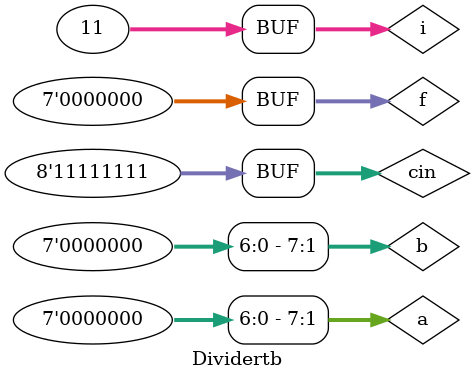
<source format=v>
`timescale 1ns/1ns
`include "Divider.v"

module Dividertb ;
reg [7:0]a;
reg [7:0]b;
reg [6:0]f;
reg [7:0]cin;
wire [7:0]q;
wire [7:0]r;
wire overflow;
integer i;

Unsigned_Divider divider (.a(a), .b(b), .f(f), .cin(cin), .q(q), .r(r), .overflow(overflow));

initial begin
    $dumpfile("Divider.vcd");
    $dumpvars();

    for (i = 0; i <= 10; i=i+1) begin
            a = $random;
            b = $random;
            f = 7'b0000000;
            cin = 8'b11111111;
            #5;
        end
    end



endmodule
</source>
